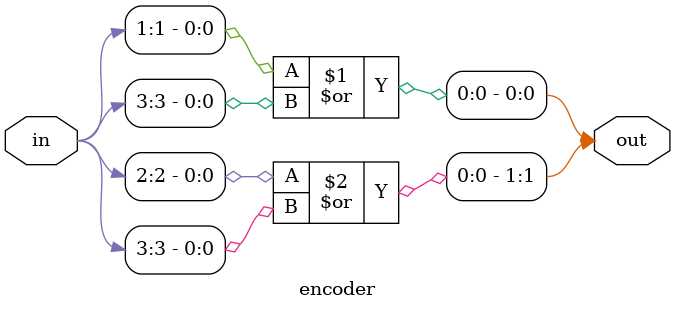
<source format=v>
module encoder(input [3:0]in , output [1:0]out);
  assign out[0] = in[1] | in [3];
  assign out[1] = in[2] | in[3];
endmodule

</source>
